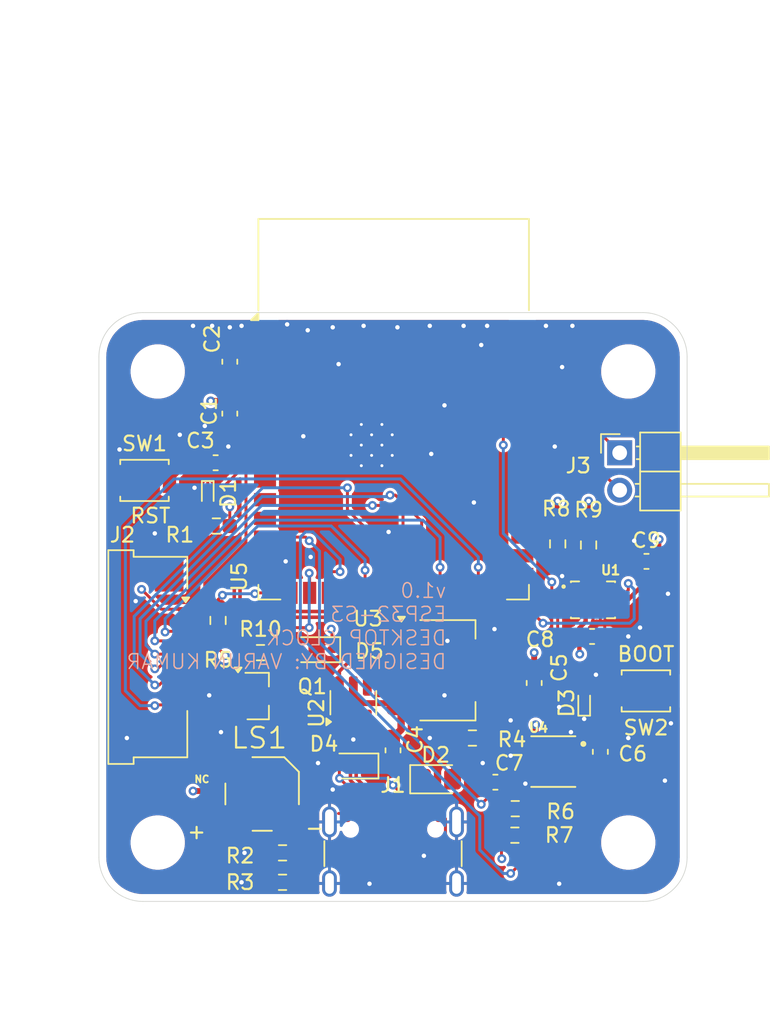
<source format=kicad_pcb>
(kicad_pcb (version 20241229) (generator "pcbnew") (generator_version "9.0")
  (layers (0 "F.Cu" signal) (4 "In1.Cu" signal) (6 "In2.Cu" signal) (2 "B.Cu" signal) (13 "F.Paste" user) (15 "B.Paste" user) (5 "F.SilkS" user "F.Silkscreen") (7 "B.SilkS" user "B.Silkscreen") (1 "F.Mask" user) (3 "B.Mask" user) (25 "Edge.Cuts" user))
  (net 0 "")
  (net 1 "+3.3V")
  (net 2 "GND")
  (net 3 "/ESP_RST")
  (net 4 "+5V")
  (net 5 "Net-(D2-A)")
  (net 6 "/ESP_IO0")
  (net 7 "Net-(D4-A)")
  (net 8 "Net-(D5-A)")
  (net 9 "/CC2")
  (net 11 "/D+")
  (net 12 "/D-")
  (net 14 "/CC1")
  (net 18 "/SDCARD_CS")
  (net 19 "/LCD_MISO")
  (net 20 "/LCD_SCK")
  (net 21 "/LCD_RS")
  (net 22 "/LCD_MOSI")
  (net 24 "/LCD_RST")
  (net 25 "/LCD_CS")
  (net 26 "Net-(J3-Pin_2)")
  (net 27 "Net-(J3-Pin_1)")
  (net 28 "Net-(Q1-B)")
  (net 29 "Net-(U5-IO3)")
  (net 30 "/SDA_BME688")
  (net 31 "/SCL_BME688")
  (net 32 "/SDA_BMI270")
  (net 33 "/SCL_BMI270")
  (net 34 "/BUZZER")
  (net 39 "/INT1")
  (net 40 "/INT2")
  (net 42 "/USB_D-")
  (net 43 "/USB_D+")
  (footprint "Resistor_SMD:R_0603_1608Metric_Pad0.98x0.95mm_HandSolder" (layer "F.Cu") (at 114.3 85.7875 90)
    (property "Reference" "R9")
    (property "Value" "4.7k")
  )
  (footprint "MountingHole:MountingHole_3.2mm_M3" (layer "F.Cu") (at 85 74)
    (property "Reference" "H1" (hide yes))
    (property "Value" "MountingHole")
  )
  (footprint "Capacitor_SMD:C_0603_1608Metric_Pad1.08x0.95mm_HandSolder" (layer "F.Cu") (at 89.9 73.3375 90)
    (property "Reference" "C2")
    (property "Value" "10u")
  )
  (footprint "Resistor_SMD:R_0603_1608Metric_Pad0.98x0.95mm_HandSolder" (layer "F.Cu") (at 106.4 98.9 180)
    (property "Reference" "R4")
    (property "Value" "5.1k")
  )
  (footprint "Capacitor_SMD:C_0603_1608Metric_Pad1.08x0.95mm_HandSolder" (layer "F.Cu") (at 115.1 99.8375 90)
    (property "Reference" "C6")
    (property "Value" "100n")
  )
  (footprint "Resistor_SMD:R_0603_1608Metric_Pad0.98x0.95mm_HandSolder" (layer "F.Cu") (at 93.4875 108.7 180)
    (property "Reference" "R3")
    (property "Value" "5.1k")
  )
  (footprint "Capacitor_SMD:C_0603_1608Metric_Pad1.08x0.95mm_HandSolder" (layer "F.Cu") (at 114.5375 92 180)
    (property "Reference" "C8")
    (property "Value" "100n")
  )
  (footprint "Capacitor_SMD:C_0603_1608Metric_Pad1.08x0.95mm_HandSolder" (layer "F.Cu") (at 118.2375 86.9)
    (property "Reference" "C9")
    (property "Value" "100n")
  )
  (footprint "Resistor_SMD:R_0603_1608Metric_Pad0.98x0.95mm_HandSolder" (layer "F.Cu") (at 112.2 85.7125 90)
    (property "Reference" "R8")
    (property "Value" "4.7k")
  )
  (footprint "Button_Switch_SMD:SW_SPST_B3U-1000P" (layer "F.Cu") (at 84.1 81.4)
    (property "Reference" "SW1")
    (property "Value" "RST")
  )
  (footprint "MountingHole:MountingHole_3.2mm_M3" (layer "F.Cu") (at 85 106)
    (property "Reference" "H4" (hide yes))
    (property "Value" "MountingHole")
  )
  (footprint "Diode_SMD:D_SOD-323" (layer "F.Cu") (at 95.8 92.9 180)
    (property "Reference" "D5")
    (property "Value" "1N5819WS")
  )
  (footprint "Button_Switch_SMD:SW_SPST_B3U-1000P" (layer "F.Cu") (at 118.2 95.7 180)
    (property "Reference" "SW2")
    (property "Value" "BOOT")
  )
  (footprint "Capacitor_SMD:C_0603_1608Metric_Pad1.08x0.95mm_HandSolder" (layer "F.Cu") (at 110.6 95.1625 -90)
    (property "Reference" "C5")
    (property "Value" "10u")
  )
  (footprint "Connector_PinHeader_2.54mm:PinHeader_1x02_P2.54mm_Horizontal" (layer "F.Cu") (at 116.415 79.525)
    (property "Reference" "J3")
    (property "Value" "Conn_01x02")
  )
  (footprint "BME688:IC_BME688" (layer "F.Cu") (at 111.9 100.5)
    (property "Reference" "U4")
    (property "Value" "BME688")
  )
  (footprint "Package_TO_SOT_SMD:SOT-223-3_TabPin2" (layer "F.Cu") (at 104.7 94.3)
    (property "Reference" "U3")
    (property "Value" "LM1117MP-3.3")
  )
  (footprint "Resistor_SMD:R_0603_1608Metric_Pad0.98x0.95mm_HandSolder" (layer "F.Cu") (at 109.3125 103.7 180)
    (property "Reference" "R6")
    (property "Value" "4.7k")
  )
  (footprint "Package_TO_SOT_SMD:SOT-23_Handsoldering" (layer "F.Cu") (at 91.8 96.05)
    (property "Reference" "Q1")
    (property "Value" "BC847")
  )
  (footprint "Resistor_SMD:R_0603_1608Metric_Pad0.98x0.95mm_HandSolder" (layer "F.Cu") (at 89.1 90.9125 90)
    (property "Reference" "R5")
    (property "Value" "10k")
  )
  (footprint "MountingHole:MountingHole_3.2mm_M3" (layer "F.Cu") (at 117 74)
    (property "Reference" "H2" (hide yes))
    (property "Value" "MountingHole")
  )
  (footprint "Package_TO_SOT_SMD:SOT-23-6" (layer "F.Cu") (at 98.3 96.5 90)
    (property "Reference" "U2")
    (property "Value" "USBLC6-2SC6")
  )
  (footprint "BMI270:XDCR_BMI270" (layer "F.Cu") (at 114.6 89.5125)
    (property "Reference" "U1")
    (property "Value" "BMI270")
  )
  (footprint "Capacitor_SMD:C_0603_1608Metric_Pad1.08x0.95mm_HandSolder" (layer "F.Cu") (at 107.9625 101.9)
    (property "Reference" "C7")
    (property "Value" "100n")
  )
  (footprint "Connector_USB:USB_C_Receptacle_GCT_USB4105-xx-A_16P_TopMnt_Horizontal" (layer "F.Cu") (at 101 107.705)
    (property "Reference" "J1")
    (property "Value" "USB_C_Receptacle_USB2.0_16P")
  )
  (footprint "Resistor_SMD:R_0603_1608Metric_Pad0.98x0.95mm_HandSolder" (layer "F.Cu") (at 109.2875 105.5 180)
    (property "Reference" "R7")
    (property "Value" "4.7k")
  )
  (footprint "Connector_FFC-FPC:Amphenol_F32Q-1A7x1-11014_1x14-1MP_P0.5mm_Horizontal" (layer "F.Cu") (at 84 93.4 -90)
    (property "Reference" "J2")
    (property "Value" "Conn_01x14")
  )
  (footprint "Resistor_SMD:R_0603_1608Metric_Pad0.98x0.95mm_HandSolder" (layer "F.Cu") (at 88.9875 84.5 180)
    (property "Reference" "R1")
    (property "Value" "10k")
  )
  (footprint "Diode_SMD:D_SOD-923" (layer "F.Cu") (at 114 96.52 90)
    (property "Reference" "D3")
    (property "Value" "ESD9B3.3ST5G")
  )
  (footprint "CSS-0575A-SMT:CUI_CSS-0575A-SMT" (layer "F.Cu") (at 92.1 102.7)
    (property "Reference" "LS1")
    (property "Value" "CSS-0575A-SMT")
  )
  (footprint "Diode_SMD:D_SOD-923" (layer "F.Cu") (at 88.4 82.3 -90)
    (property "Reference" "D1")
    (property "Value" "ESD9B3.3ST5G")
  )
  (footprint "Resistor_SMD:R_0603_1608Metric_Pad0.98x0.95mm_HandSolder" (layer "F.Cu") (at 91.9875 93.1 180)
    (property "Reference" "R10")
    (property "Value" "180")
  )
  (footprint "MountingHole:MountingHole_3.2mm_M3" (layer "F.Cu") (at 117 106)
    (property "Reference" "H3" (hide yes))
    (property "Value" "MountingHole")
  )
  (footprint "Capacitor_SMD:C_0603_1608Metric_Pad1.08x0.95mm_HandSolder" (layer "F.Cu") (at 89.9 76.8625 -90)
    (property "Reference" "C1")
    (property "Value" "100n")
  )
  (footprint "RF_Module:ESP32-S3-WROOM-1" (layer "F.Cu") (at 101.045 76.54)
    (property "Reference" "U5")
    (property "Value" "ESP32-S3-WROOM-1")
  )
  (footprint "Capacitor_SMD:C_0603_1608Metric_Pad1.08x0.95mm_HandSolder" (layer "F.Cu") (at 88.9375 80.2)
    (property "Reference" "C3")
    (property "Value" "10u")
  )
  (footprint "Resistor_SMD:R_0603_1608Metric_Pad0.98x0.95mm_HandSolder" (layer "F.Cu") (at 93.4875 106.7 180)
    (property "Reference" "R2")
    (property "Value" "5.1k")
  )
  (footprint "LED_SMD:LED_0805_2012Metric_Pad1.15x1.40mm_HandSolder" (layer "F.Cu") (at 104.025 101.7)
    (property "Reference" "D2")
    (property "Value" "LED_Small")
  )
  (footprint "Capacitor_SMD:C_0603_1608Metric_Pad1.08x0.95mm_HandSolder" (layer "F.Cu") (at 101 99.7375 -90)
    (property "Reference" "C4")
    (property "Value" "10u")
  )
  (footprint "Diode_SMD:D_SOD-323" (layer "F.Cu") (at 98.4 100.8 180)
    (property "Reference" "D4")
    (property "Value" "1N5819WS")
  )
  (gr_line (start 118 110) (end 84 110) (stroke (width 0.05)) (layer "Edge.Cuts"))
  (gr_arc (start 84 110) (mid 81.87868 109.12132) (end 81 107) (stroke (width 0.05)) (layer "Edge.Cuts"))
  (gr_arc (start 81 73) (mid 81.87868 70.87868) (end 84 70) (stroke (width 0.05)) (layer "Edge.Cuts"))
  (gr_line (start 121 73) (end 121 107) (stroke (width 0.05)) (layer "Edge.Cuts"))
  (gr_arc (start 118 70) (mid 120.12132 70.87868) (end 121 73) (stroke (width 0.05)) (layer "Edge.Cuts"))
  (gr_arc (start 121 107) (mid 120.12132 109.12132) (end 118 110) (stroke (width 0.05)) (layer "Edge.Cuts"))
  (gr_line (start 81 107) (end 81 73) (stroke (width 0.05)) (layer "Edge.Cuts"))
  (gr_line (start 84 70) (end 94 70) (stroke (width 0.05)) (layer "Edge.Cuts"))
  (gr_line (start 94 70) (end 118 70) (stroke (width 0.05)) (layer "Edge.Cuts"))
  (gr_text "v1.0\nESP32-S3\nDESKTOP CLOCK\nDESIGNED BY: VARUN KUMAR" (at 104.7 94.3 0) (layer "B.SilkS") (effects (font (size 1 1) (thickness 0.1)) (justify left bottom mirror)))
  (segment (start 89.1 92.8) (end 89.6 93.3) (width 0.2) (layer "F.Cu") (net 1))
  (segment (start 119.1 87.3895) (end 116.227 90.2625) (width 0.3) (layer "F.Cu") (net 1))
  (segment (start 109.825 100.9) (end 110.7 100.9) (width 0.4) (layer "F.Cu") (net 1))
  (segment (start 90.2 104.45) (end 88.25 102.5) (width 0.4) (layer "F.Cu") (net 1))
  (segment (start 107.3125 94.8375) (end 107.85 94.3) (width 0.2) (layer "F.Cu") (net 1))
  (segment (start 86.9 93.65) (end 87.7625 93.65) (width 0.2) (layer "F.Cu") (net 1))
  (segment (start 89.1 92.3125) (end 89.1 91.825) (width 0.2) (layer "F.Cu") (net 1))
  (segment (start 89.9 74.2) (end 89.9 76) (width 0.4) (layer "F.Cu") (net 1))
  (segment (start 108.4 105.475) (end 108.375 105.5) (width 0.2) (layer "F.Cu") (net 1))
  (segment (start 113.1 100.1) (end 114.5 100.1) (width 0.4) (layer "F.Cu") (net 1))
  (segment (start 89.9 76) (end 88.6 76) (width 0.4) (layer "F.Cu") (net 1))
  (segment (start 108.375 107.075) (end 108.4 107.1) (width 0.2) (layer "F.Cu") (net 1))
  (segment (start 112.098 100.9) (end 112.898 100.1) (width 0.4) (layer "F.Cu") (net 1))
  (segment (start 114.1 91) (end 113.675 91.425) (width 0.3) (layer "F.Cu") (net 1))
  (segment (start 110.7 99.3) (end 110.7 98) (width 0.4) (layer "F.Cu") (net 1))
  (segment (start 89.9 73.995) (end 89.9 74.2) (width 0.2) (layer "F.Cu") (net 1))
  (segment (start 114.3 84.875) (end 114.3 82.8) (width 0.4) (layer "F.Cu") (net 1))
  (segment (start 113.675 92) (end 113.675 93.175) (width 0.3) (layer "F.Cu") (net 1))
  (segment (start 111.9 100.1) (end 113.1 100.1) (width 0.4) (layer "F.Cu") (net 1))
  (segment (start 107.3125 98.9) (end 107.3125 94.8375) (width 0.4) (layer "F.Cu") (net 1))
  (segment (start 114.1 90.425) (end 114.1 91) (width 0.3) (layer "F.Cu") (net 1))
  (segment (start 86.9 90.15) (end 85.25 90.15) (width 0.2) (layer "F.Cu") (net 1))
  (segment (start 96.85 91.55) (end 96.8 91.5) (width 0.2) (layer "F.Cu") (net 1))
  (segment (start 96.85 92.9) (end 96.85 91.55) (width 0.2) (layer "F.Cu") (net 1))
  (segment (start 87.7625 93.65) (end 89.1 92.3125) (width 0.2) (layer "F.Cu") (net 1))
  (segment (start 88.25 102.5) (end 87.4 102.5) (width 0.4) (layer "F.Cu") (net 1))
  (segment (start 110.7 99.3) (end 111.1 99.3) (width 0.4) (layer "F.Cu") (net 1))
  (segment (start 119.1 86.9) (end 119.1 85.4) (width 0.3) (layer "F.Cu") (net 1))
  (segment (start 110.6 94.3) (end 110.6 93.1) (width 0.4) (layer "F.Cu") (net 1))
  (segment (start 108.375 105.5) (end 108.375 107.075) (width 0.2) (layer "F.Cu") (net 1))
  (segment (start 89.1 91.825) (end 89.1 92.8) (width 0.2) (layer "F.Cu") (net 1))
  (segment (start 112.2 84.8) (end 112.2 82.8) (width 0.4) (layer "F.Cu") (net 1))
  (segment (start 108.825 101.9) (end 109.825 100.9) (width 0.4) (layer "F.Cu") (net 1))
  (segment (start 114.5 100.1) (end 115.1 100.7) (width 0.4) (layer "F.Cu") (net 1))
  (segment (start 112.898 100.1) (end 113.1 100.1) (width 0.2) (layer "F.Cu") (net 1))
  (segment (start 91.345 72.55) (end 89.9 73.995) (width 0.4) (layer "F.Cu") (net 1))
  (segment (start 119.1 86.9) (end 119.1 87.3895) (width 0.2) (layer "F.Cu") (net 1))
  (segment (start 101.55 94.3) (end 107.85 94.3) (width 0.4) (layer "F.Cu") (net 1))
  (segment (start 89.9 84.5) (end 89.9 83.2) (width 0.2) (layer "F.Cu") (net 1))
  (segment (start 92.295 72.55) (end 91.345 72.55) (width 0.4) (layer "F.Cu") (net 1))
  (segment (start 110.7 100.9) (end 112.098 100.9) (width 0.4) (layer "F.Cu") (net 1))
  (segment (start 113.675 91.425) (end 113.675 92) (width 0.3) (layer "F.Cu") (net 1))
  (segment (start 85.25 90.15) (end 83.9 88.8) (width 0.2) (layer "F.Cu") (net 1))
  (segment (start 111.1 99.3) (end 111.9 100.1) (width 0.4) (layer "F.Cu") (net 1))
  (segment (start 107.85 94.3) (end 110.6 94.3) (width 0.4) (layer "F.Cu") (net 1))
  (segment (start 108.4 103.7) (end 108.4 105.475) (width 0.2) (layer "F.Cu") (net 1))
  (segment (start 116.227 90.2625) (end 115.7625 90.2625) (width 0.3) (layer "F.Cu") (net 1))
  (via (at 89.9 83.2) (size 0.6) (drill 0.3) (layers "F.Cu" "B.Cu") (net 1))
  (via (at 112.2 82.8) (size 0.6) (drill 0.3) (layers "F.Cu" "B.Cu") (net 1))
  (via (at 119.1 85.4) (size 0.6) (drill 0.3) (layers "F.Cu" "B.Cu") (net 1))
  (via (at 114.3 82.8) (size 0.6) (drill 0.3) (layers "F.Cu" "B.Cu") (net 1))
  (via (at 83.9 88.8) (size 0.6) (drill 0.3) (layers "F.Cu" "B.Cu") (net 1))
  (via (at 110.7 98) (size 0.6) (drill 0.3) (layers "F.Cu" "B.Cu") (net 1))
  (via (at 96.8 91.5) (size 0.6) (drill 0.3) (layers "F.Cu" "B.Cu") (net 1))
  (via (at 87.4 102.5) (size 0.6) (drill 0.3) (layers "F.Cu" "B.Cu") (net 1))
  (via (at 108.4 107.1) (size 0.6) (drill 0.3) (layers "F.Cu" "B.Cu") (net 1))
  (via (at 110.6 93.1) (size 0.6) (drill 0.3) (layers "F.Cu" "B.Cu") (net 1))
  (via (at 89.6 93.3) (size 0.6) (drill 0.3) (layers "F.Cu" "B.Cu") (net 1))
  (via (at 88.6 76) (size 0.6) (drill 0.3) (layers "F.Cu" "B.Cu") (net 1))
  (via (at 113.7 93.2) (size 0.6) (drill 0.3) (layers "F.Cu" "B.Cu") (net 1))
  (segment (start 107.1 101.9) (end 107.1 100.6) (width 0.2) (layer "F.Cu") (net 2))
  (segment (start 115.4 92) (end 117 92) (width 0.2) (layer "F.Cu") (net 2))
  (segment (start 95.12 71.28) (end 95.2 71.2) (width 0.2) (layer "F.Cu") (net 2))
  (segment (start 101.8 100.6) (end 103.5 98.9) (width 0.2) (layer "F.Cu") (net 2))
  (segment (start 114 96.94) (end 114 97.6) (width 0.2) (layer "F.Cu") (net 2))
  (segment (start 113.4375 88.7625) (end 113.3625 88.7625) (width 0.2) (layer "F.Cu") (net 2))
  (segment (start 103 101.7) (end 103 99.4) (width 0.2) (layer "F.Cu") (net 2))
  (segment (start 117.375 86.9) (end 117.375 85.525) (width 0.2) (layer "F.Cu") (net 2))
  (segment (start 98.3 97.7) (end 98.3 99) (width 0.2) (layer "F.Cu") (net 2))
  (segment (start 90.3 97) (end 89.3 98) (width 0.2) (layer "F.Cu") (net 2))
  (segment (start 110.6 96.025) (end 111.525 96.025) (width 0.2) (layer "F.Cu") (net 2))
  (segment (start 104.566 105.434) (end 103.1 106.9) (width 0.2) (layer "F.Cu") (net 2))
  (segment (start 119.9 95.7) (end 119.9 97.9) (width 0.2) (layer "F.Cu") (net 2))
  (segment (start 104.2 104.025) (end 104.566 104.391) (width 0.2) (layer "F.Cu") (net 2))
  (segment (start 110.7 100.1) (end 109 100.1) (width 0.2) (layer "F.Cu") (net 2))
  (segment (start 82.4 81.4) (end 82.4 79.3) (width 0.2) (layer "F.Cu") (net 2))
  (segment (start 92.295 71.28) (end 95.12 71.28) (width 0.2) (layer "F.Cu") (net 2))
  (segment (start 97.8 104.025) (end 97.8 103.3) (width 0.2) (layer "F.Cu") (net 2))
  (segment (start 113.1 99.3) (end 113.1 98.5) (width 0.2) (layer "F.Cu") (net 2))
  (segment (start 103 99.4) (end 103.5 98.9) (width 0.2) (layer "F.Cu") (net 2))
  (segment (start 89.9 77.725) (end 88.225 77.725) (width 0.2) (layer "F.Cu") (net 2))
  (segment (start 107.92 71.28) (end 107 72.2) (width 0.2) (layer "F.Cu") (net 2))
  (segment (start 117.375 85.525) (end 117.4 85.5) (width 0.2) (layer "F.Cu") (net 2))
  (segment (start 89.9 72.6) (end 89.9 71) (width 0.2) (layer "F.Cu") (net 2))
  (segment (start 92.575 108.7) (end 90.7 108.7) (width 0.2) (layer "F.Cu") (net 2))
  (segment (start 111.525 96.025) (end 112.3 96.8) (width 0.2) (layer "F.Cu") (net 2))
  (segment (start 89.3 98) (end 89.3 98.5) (width 0.2) (layer "F.Cu") (net 2))
  (segment (start 101.55 92) (end 104.4 92) (width 0.2) (layer "F.Cu") (net 2))
  (segment (start 104.566 104.391) (end 104.566 105.434) (width 0.2) (layer "F.Cu") (net 2))
  (segment (start 98.3 97.6375) (end 98.3 97.7) (width 0.2) (layer "F.Cu") (net 2))
  (segment (start 113.3625 88.7625) (end 112.5 87.9) (width 0.2) (layer "F.Cu") (net 2))
  (segment (start 115.1 91.7) (end 115.4 92) (width 0.2) (layer "F.Cu") (net 2))
  (segment (start 92.575 106.7) (end 90.9 106.7) (width 0.2) (layer "F.Cu") (net 2))
  (segment (start 110.3 101.7) (end 110 102) (width 0.2) (layer "F.Cu") (net 2))
  (segment (start 117 91.4) (end 117.8 91.4) (width 0.2) (layer "F.Cu") (net 2))
  (segment (start 104.4 92) (end 104.7 92.3) (width 0.2) (layer "F.Cu") (net 2))
  (segment (start 89.8 80.2) (end 89.8 79.1) (width 0.2) (layer "F.Cu") (net 2))
  (segment (start 88.4 81.88) (end 87.52 81.88) (width 0.2) (layer "F.Cu") (net 2))
  (segment (start 114.6 90.425) (end 114.6 91.2) (width 0.2) (layer "F.Cu") (net 2))
  (segment (start 114.6 91.2) (end 115.4 92) (width 0.2) (layer "F.Cu") (net 2))
  (segment (start 86.9 90.65) (end 84.55 90.65) (width 0.2) (layer "F.Cu") (net 2))
  (segment (start 101 100.6) (end 101.8 100.6) (width 0.2) (layer "F.Cu") (net 2))
  (segment (start 110.7 101.7) (end 110.3 101.7) (width 0.2) (layer "F.Cu") (net 2))
  (segment (start 97.8 103.3) (end 96.9 102.4) (width 0.2) (layer "F.Cu") (net 2))
  (segment (start 84.55 90.65) (end 83.5 89.6) (width 0.2) (layer "F.Cu") (net 2))
  (segment (start 115.1 90.425) (end 116.075 91.4) (width 0.2) (layer "F.Cu") (net 2))
  (segment (start 115.1 98.975) (end 116.925 98.975) (width 0.2) (layer "F.Cu") (net 2))
  (segment (start 116.075 91.4) (end 117 91.4) (width 0.2) (layer "F.Cu") (net 2))
  (segment (start 89.9 72.475) (end 89.9 72.6) (width 0.2) (layer "F.Cu") (net 2))
  (segment (start 88.225 77.725) (end 88.2 77.7) (width 0.2) (layer "F.Cu") (net 2))
  (segment (start 109.795 71.28) (end 107.92 71.28) (width 0.2) (layer "F.Cu") (net 2))
  (via (at 117.4 85.5) (size 0.6) (drill 0.3) (layers "F.Cu" "B.Cu") (net 2))
  (via (at 95.9 100.6) (size 0.6) (drill 0.3) (layers "F.Cu" "B.Cu") (net 2))
  (via (at 119.490868 101.795009) (size 0.6) (drill 0.3) (layers "F.Cu" "B.Cu") (net 2))
  (via (at 104.5 96) (size 0.6) (drill 0.3) (layers "F.Cu" "B.Cu") (net 2))
  (via (at 93.8 70.8) (size 0.6) (drill 0.3) (layers "F.Cu" "B.Cu") (net 2))
  (via (at 117 92) (size 0.6) (drill 0.3) (layers "F.Cu" "B.Cu") (net 2))
  (via (at 88.2 77.7) (size 0.6) (drill 0.3) (layers "F.Cu" "B.Cu") (net 2))
  (via (at 103.5 70.9) (size 0.6) (drill 0.3) (layers "F.Cu" "B.Cu") (net 2))
  (via (at 84.8 85) (size 0.6) (drill 0.3) (layers "F.Cu" "B.Cu") (net 2))
  (via (at 89.8 79.1) (size 0.6) (drill 0.3) (layers "F.Cu" "B.Cu") (net 2))
  (via (at 112.5 87.9) (size 0.6) (drill 0.3) (layers "F.Cu" "B.Cu") (net 2))
  (via (at 87.4 70.9) (size 0.6) (drill 0.3) (layers "F.Cu" "B.Cu") (net 2))
  (via (at 95.2 71.2) (size 0.6) (drill 0.3) (layers "F.Cu" "B.Cu") (net 2))
  (via (at 104.7 92.3) (size 0.6) (drill 0.3) (layers "F.Cu" "B.Cu") (net 2))
  (via (at 95.4 86.6) (size 0.6) (drill 0.3) (layers "F.Cu" "B.Cu") (net 2))
  (via (at 112.5 73.7) (size 0.6) (drill 0.3) (layers "F.Cu" "B.Cu") (net 2))
  (via (at 99.4 108.8) (size 0.6) (drill 0.3) (layers "F.Cu" "B.Cu") (net 2))
  (via (at 94.9 78.4) (size 0.6) (drill 0.3) (layers "F.Cu" "B.Cu") (net 2))
  (via (at 86.5 78.3) (size 0.6) (drill 0.3) (layers "F.Cu" "B.Cu") (net 2))
  (via (at 103.6 79.6) (size 0.6) (drill 0.3) (layers "F.Cu" "B.Cu") (net 2))
  (via (at 103.5 98.9) (size 0.6) (drill 0.3) (layers "F.Cu" "B.Cu") (net 2))
  (via (at 119.9 97.9) (size 0.6) (drill 0.3) (layers "F.Cu" "B.Cu") (net 2))
  (via (at 101.3 71) (size 0.6) (drill 0.3) (layers "F.Cu" "B.Cu") (net 2))
  (via (at 90.9 106.7) (size 0.6) (drill 0.3) (layers "F.Cu" "B.Cu") (net 2))
  (via (at 117.8 91.4) (size 0.6) (drill 0.3) (layers "F.Cu" "B.Cu") (net 2))
  (via (at 103.1 106.9) (size 0.6) (drill 0.3) (layers "F.Cu" "B.Cu") (net 2))
  (via (at 82.9 98.9) (size 0.6) (drill 0.3) (layers "F.Cu" "B.Cu") (net 2))
  (via (at 104.5 76.3) (size 0.6) (drill 0.3) (layers "F.Cu" "B.Cu") (net 2))
  (via (at 96.9 102.4) (size 0.6) (drill 0.3) (layers "F.Cu" "B.Cu") (net 2))
  (via (at 112.3 108.8) (size 0.6) (drill 0.3) (layers "F.Cu" "B.Cu") (net 2))
  (via (at 112.3 96.8) (size 0.6) (drill 0.3) (layers "F.Cu" "B.Cu") (net 2))
  (via (at 98.3 99) (size 0.6) (drill 0.3) (layers "F.Cu" "B.Cu") (net 2))
  (via (at 119.7 89.1) (size 0.6) (drill 0.3) (layers "F.Cu" "B.Cu") (net 2))
  (via (at 113.1 98.5) (size 0.6) (drill 0.3) (layers "F.Cu" "B.Cu") (net 2))
  (via (at 114.8 94.6) (size 0.6) (drill 0.3) (layers "F.Cu" "B.Cu") (net 2))
  (via (at 90.7 108.7) (size 0.6) (drill 0.3) (layers "F.Cu" "B.Cu") (net 2))
  (via (at 93.7 86.9) (size 0.6) (drill 0.3) (layers "F.Cu" "B.Cu") (net 2))
  (via (at 107.4 70.9) (size 0.6) (drill 0.3) (layers "F.Cu" "B.Cu") (net 2))
  (via (at 106.5 82.9) (size 0.6) (drill 0.3) (layers "F.Cu" "B.Cu") (net 2))
  (via (at 109 97.7) (size 0.6) (drill 0.3) (layers "F.Cu" "B.Cu") (net 2))
  (via (at 90.7 70.9) (size 0.6) (drill 0.3) (layers "F.Cu" "B.Cu") (net 2))
  (via (at 83.5 89.6) (size 0.6) (drill 0.3) (layers "F.Cu" "B.Cu") (net 2))
  (via (at 114 97.6) (size 0.6) (drill 0.3) (layers "F.Cu" "B.Cu") (net 2))
  (via (at 117 98.9) (size 0.6) (drill 0.3) (layers "F.Cu" "B.Cu") (net 2))
  (via (at 113.2 70.9) (size 0.6) (drill 0.3) (layers "F.Cu" "B.Cu") (net 2))
  (via (at 89.9 71) (size 0.6) (drill 0.3) (layers "F.Cu" "B.Cu") (net 2))
  (via (at 96.9 71) (size 0.6) (drill 0.3) (layers "F.Cu" "B.Cu") (net 2))
  (via (at 88.7 70.9) (size 0.6) (drill 0.3) (layers "F.Cu" "B.Cu") (net 2))
  (via (at 97.3 73.5) (size 0.6) (drill 0.3) (layers "F.Cu" "B.Cu") (net 2))
  (via (at 100.7 84.9) (size 0.6) (drill 0.3) (layers "F.Cu" "B.Cu") (net 2))
  (via (at 111.4 70.9) (size 0.6) (drill 0.3) (layers "F.Cu" "B.Cu") (net 2))
  (via (at 99 70.9) (size 0.6) (drill 0.3) (layers "F.Cu" "B.Cu") (net 2))
  (via (at 88.5 96) (size 0.6) (drill 0.3) (layers "F.Cu" "B.Cu") (net 2))
  (via (at 82.4 79.3) (size 0.6) (drill 0.3) (layers "F.Cu" "B.Cu") (net 2))
  (via (at 107 72.2) (size 0.6) (drill 0.3) (layers "F.Cu" "B.Cu") (net 2))
  (via (at 87.5 81.9) (size 0.6) (drill 0.3) (layers "F.Cu" "B.Cu") (net 2))
  (via (at 105.8 70.9) (size 0.6) (drill 0.3) (layers "F.Cu" "B.Cu") (net 2))
  (via (at 107.9 91.5) (size 0.6) (drill 0.3) (layers "F.Cu" "B.Cu") (net 2))
  (via (at 109 100.1) (size 0.6) (drill 0.3) (layers "F.Cu" "B.Cu") (net 2))
  (via (at 107.1 100.6) (size 0.6) (drill 0.3) (layers "F.Cu" "B.Cu") (net 2))
  (via (at 110 102) (size 0.6) (drill 0.3) (layers "F.Cu" "B.Cu") (net 2))
  (via (at 112 79.1) (size 0.6) (drill 0.3) (layers "F.Cu" "B.Cu") (net 2))
  (via (at 89.3 98.5) (size 0.6) (drill 0.3) (layers "F.Cu" "B.Cu") (net 2))
  (segment (start 85.8 81.4) (end 85.9 81.4) (width 0.2) (layer "F.Cu") (net 3))
  (segment (start 85.8 82.3) (end 86.22 82.72) (width 0.2) (layer "F.Cu") (net 3))
  (segment (start 87.1 80.2) (end 88.075 80.2) (width 0.2) (layer "F.Cu") (net 3))
  (segment (start 91 80.305634) (end 88.585634 82.72) (width 0.2) (layer "F.Cu") (net 3))
  (segment (start 85.8 81.4) (end 85.8 82.3) (width 0.2) (layer "F.Cu") (net 3))
  (segment (start 88.075 84.5) (end 88.075 83.045) (width 0.2) (layer "F.Cu") (net 3))
  (segment (start 86.22 82.72) (end 88.3 82.72) (width 0.2) (layer "F.Cu") (net 3))
  (segment (start 88.585634 82.72) (end 88.3 82.72) (width 0.2) (layer "F.Cu") (net 3))
  (segment (start 88.075 83.045) (end 88.4 82.72) (width 0.2) (layer "F.Cu") (net 3))
  (segment (start 92.295 73.82) (end 91.763 73.82) (width 0.2) (layer "F.Cu") (net 3))
  (segment (start 91.763 73.82) (end 91 74.583) (width 0.2) (layer "F.Cu") (net 3))
  (segment (start 85.9 81.4) (end 87.1 80.2) (width 0.2) (layer "F.Cu") (net 3))
  (segment (start 91 74.583) (end 91 80.305634) (width 0.2) (layer "F.Cu") (net 3))
  (segment (start 88.3 82.72) (end 88.4 82.72) (width 0.2) (layer "F.Cu") (net 3))
  (segment (start 101.55 96.6) (end 101.55 98.325) (width 0.5) (layer "F.Cu") (net 4))
  (segment (start 101.33 96.53) (end 101.474 96.674) (width 0.4) (layer "F.Cu") (net 4))
  (segment (start 101.7 96.5) (end 101.6 96.5) (width 0.2) (layer "F.Cu") (net 4))
  (segment (start 98.3 96.024999) (end 98.805001 96.53) (width 0.4) (layer "F.Cu") (net 4))
  (segment (start 99.45 100.425) (end 101 98.875) (width 0.5) (layer "F.Cu") (net 4))
  (segment (start 101.474 96.674) (end 101.5 96.7) (width 0.2) (layer "F.Cu") (net 4))
  (segment (start 98.3 95.3625) (end 98.3 96.024999) (width 0.4) (layer "F.Cu") (net 4))
  (segment (start 99.45 100.8) (end 99.45 100.425) (width 0.5) (layer "F.Cu") (net 4))
  (segment (start 101.55 98.325) (end 101 98.875) (width 0.5) (layer "F.Cu") (net 4))
  (segment (start 98.805001 96.53) (end 101.33 96.53) (width 0.4) (layer "F.Cu") (net 4))
  (segment (start 105.05 99.3375) (end 105.4875 98.9) (width 0.2) (layer "F.Cu") (net 5))
  (segment (start 105.05 101.7) (end 105.05 99.3375) (width 0.2) (layer "F.Cu") (net 5))
  (segment (start 114 96.1) (end 114.1 96.1) (width 0.2) (layer "F.Cu") (net 6))
  (segment (start 109.795 87.79) (end 112.2 90.195) (width 0.2) (layer "F.Cu") (net 6))
  (segment (start 114.1 96.1) (end 114.5 95.7) (width 0.2) (layer "F.Cu") (net 6))
  (segment (start 112.2 94.3) (end 114 96.1) (width 0.2) (layer "F.Cu") (net 6))
  (segment (start 112.2 90.195) (end 112.2 94.3) (width 0.2) (layer "F.Cu") (net 6))
  (segment (start 114.5 95.7) (end 116.5 95.7) (width 0.2) (layer "F.Cu") (net 6))
  (segment (start 102.049 103.149) (end 102.982824 103.149) (width 0.2) (layer "F.Cu") (net 7))
  (segment (start 103.4 103.566176) (end 103.4 104.025) (width 0.2) (layer "F.Cu") (net 7))
  (segment (start 97.35 101.621156) (end 97.35 100.8) (width 0.2) (layer "F.Cu") (net 7))
  (segment (start 101 102.1) (end 102.049 103.149) (width 0.2) (layer "F.Cu") (net 7))
  (segment (start 97.364422 101.635578) (end 97.35 101.621156) (width 0.2) (layer "F.Cu") (net 7))
  (segment (start 102.982824 103.149) (end 103.4 103.566176) (width 0.2) (layer "F.Cu") (net 7))
  (segment (start 98.6 102.871156) (end 97.364422 101.635578) (width 0.2) (layer "F.Cu") (net 7))
  (segment (start 98.6 104.025) (end 98.6 102.871156) (width 0.2) (layer "F.Cu") (net 7))
  (via (at 101 102.1) (size 0.6) (drill 0.3) (layers "F.Cu" "B.Cu") (net 7))
  (via (at 97.364422 101.635578) (size 0.6) (drill 0.3) (layers "F.Cu" "B.Cu") (net 7))
  (segment (start 97.364422 101.635578) (end 100.535578 101.635578) (width 0.2) (layer "B.Cu") (net 7))
  (segment (start 100.535578 101.635578) (end 101 102.1) (width 0.2) (layer "B.Cu") (net 7))
  (segment (start 94.75 94.6) (end 93.3 96.05) (width 0.2) (layer "F.Cu") (net 8))
  (segment (start 94 104.45) (end 94 96.75) (width 0.2) (layer "F.Cu") (net 8))
  (segment (start 94 96.75) (end 93.3 96.05) (width 0.2) (layer "F.Cu") (net 8))
  (segment (start 94.75 94.6) (end 94.75 92.9) (width 0.2) (layer "F.Cu") (net 8))
  (segment (start 99.983824 107.4) (end 102.75 104.633824) (width 0.2) (layer "F.Cu") (net 9))
  (segment (start 94.4 108.7) (end 95.7 107.4) (width 0.2) (layer "F.Cu") (net 9))
  (segment (start 102.75 104.633824) (end 102.75 104.025) (width 0.2) (layer "F.Cu") (net 9))
  (segment (start 95.7 107.4) (end 99.983824 107.4) (width 0.2) (layer "F.Cu") (net 9))
  (segment (start 99.25 97.6375) (end 99.25 98) (width 0.24) (layer "F.Cu") (net 11))
  (segment (start 101.75 104.025) (end 101.75 104.45) (width 0.24) (layer "F.Cu") (net 11))
  (segment (start 99.25 97.6375) (end 99.25 98.631251) (width 0.24) (layer "F.Cu") (net 11))
  (segment (start 100.75 103.6) (end 100.75 104.025) (width 0.24) (layer "F.Cu") (net 11))
  (segment (start 99.25 98.631251) (end 98.921 98.960251) (width 0.24) (layer "F.Cu") (net 11))
  (segment (start 98.921 99.257227) (end 98.495 99.683227) (width 0.24) (layer "F.Cu") (net 11))
  (segment (start 99.796478 102.305) (end 100.695 103.203522) (width 0.24) (layer "F.Cu") (net 11))
  (segment (start 99.180772 102.305) (end 99.796478 102.305) (width 0.24) (layer "F.Cu") (net 11))
  (segment (start 98.495 99.683227) (end 98.495 101.619228) (width 0.24) (layer "F.Cu") (net 11))
  (segment (start 98.921 98.960251) (end 98.921 99.257227) (width 0.24) (layer "F.Cu") (net 11))
  (segment (start 100.695 103.545) (end 100.75 103.6) (width 0.24) (layer "F.Cu") (net 11))
  (segment (start 100.695 103.203522) (end 100.695 103.545) (width 0.24) (layer "F.Cu") (net 11))
  (segment (start 98.495 101.619228) (end 99.180772 102.305) (width 0.24) (layer "F.Cu") (net 11))
  (segment (start 100.25 103.6) (end 100.25 104.025) (width 0.24) (layer "F.Cu") (net 12))
  (segment (start 97.35 98.631251) (end 97.679 98.960251) (width 0.24) (layer "F.Cu") (net 12))
  (segment (start 97.35 97.6375) (end 97.35 98) (width 0.24) (layer "F.Cu") (net 12))
  (segment (start 97.679 98.960251) (end 97.679 99.257227) (width 0.24) (layer "F.Cu") (net 12))
  (segment (start 97.35 97.6375) (end 97.35 98.631251) (width 0.24) (layer "F.Cu") (net 12))
  (segment (start 97.679 99.257227) (end 98.105 99.683227) (width 0.24) (layer "F.Cu") (net 12))
  (segment (start 99.019228 102.695) (end 99.595 102.695) (width 0.24) (layer "F.Cu") (net 12))
  (segment (start 99.595 102.695) (end 100.305 103.405) (width 0.24) (layer "F.Cu") (net 12))
  (segment (start 98.105 101.780772) (end 99.019228 102.695) (width 0.24) (layer "F.Cu") (net 12))
  (segment (start 98.105 99.683227) (end 98.105 101.780772) (width 0.24) (layer "F.Cu") (net 12))
  (segment (start 101.25 104.025) (end 101.25 104.45) (width 0.24) (layer "F.Cu") (net 12))
  (segment (start 100.305 103.405) (end 100.305 103.545) (width 0.24) (layer "F.Cu") (net 12))
  (segment (start 100.305 103.545) (end 100.25 103.6) (width 0.24) (layer "F.Cu") (net 12))
  (segment (start 94.4 106.7) (end 97.683824 106.7) (width 0.2) (layer "F.Cu") (net 14))
  (segment (start 99.75 104.633824) (end 99.75 104.025) (width 0.2) (layer "F.Cu") (net 14))
  (segment (start 97.683824 106.7) (end 99.75 104.633824) (width 0.2) (layer "F.Cu") (net 14))
  (segment (start 84.85 96.65) (end 84.8 96.7) (width 0.2) (layer "F.Cu") (net 18))
  (segment (start 106.8 87.3) (end 106.8 89) (width 0.2) (layer "F.Cu") (net 18))
  (segment (start 86.9 96.65) (end 84.85 96.65) (width 0.2) (layer "F.Cu") (net 18))
  (segment (start 106.8 89) (end 106.76 89.04) (width 0.2) (layer "F.Cu") (net 18))
  (via (at 106.8 87.3) (size 0.6) (drill 0.3) (layers "F.Cu" "B.Cu") (net 18))
  (via (at 84.8 96.7) (size 0.6) (drill 0.3) (layers "F.Cu" "B.Cu") (net 18))
  (segment (start 86.101 81.299) (end 101.499 81.299) (width 0.2) (layer "B.Cu") (net 18))
  (segment (start 106.8 86.6) (end 106.8 87.3) (width 0.2) (layer "B.Cu") (net 18))
  (segment (start 84.8 96.7) (end 83.8 96.7) (width 0.2) (layer "B.Cu") (net 18))
  (segment (start 83.8 96.7) (end 82.8 95.7) (width 0.2) (layer "B.Cu") (net 18))
  (segment (start 82.8 95.7) (end 82.8 84.6) (width 0.2) (layer "B.Cu") (net 18))
  (segment (start 82.8 84.6) (end 86.101 81.299) (width 0.2) (layer "B.Cu") (net 18))
  (segment (start 101.499 81.299) (end 106.8 86.6) (width 0.2) (layer "B.Cu") (net 18))
  (segment (start 86.9 94.15) (end 86.9 94.2) (width 0.2) (layer "F.Cu") (net 19))
  (segment (start 97.9 83.4) (end 100.41 85.91) (width 0.2) (layer "F.Cu") (net 19))
  (segment (start 86.2 94.2) (end 85.1 95.3) (width 0.2) (layer "F.Cu") (net 19))
  (segment (start 85.1 95.3) (end 84.8 95.3) (width 0.2) (layer "F.Cu") (net 19))
  (segment (start 100.41 85.91) (end 100.41 89.04) (width 0.2) (layer "F.Cu") (net 19))
  (segment (start 97.9 81.9) (end 97.9 83.4) (width 0.2) (layer "F.Cu") (net 19))
  (segment (start 86.9 94.2) (end 86.2 94.2) (width 0.2) (layer "F.Cu") (net 19))
  (via (at 84.8 95.3) (size 0.6) (drill 0.3) (layers "F.Cu" "B.Cu") (net 19))
  (via (at 97.9 81.9) (size 0.6) (drill 0.3) (layers "F.Cu" "B.Cu") (net 19))
  (segment (start 83.397 93.897) (end 83.397 90.6346) (width 0.2) (layer "B.Cu") (net 19))
  (segment (start 84.8 95.3) (end 83.397 93.897) (width 0.2) (layer "B.Cu") (net 19))
  (segment (start 92.1316 81.9) (end 97.9 81.9) (width 0.2) (layer "B.Cu") (net 19))
  (segment (start 83.397 90.6346) (end 92.1316 81.9) (width 0.2) (layer "B.Cu") (net 19))
  (segment (start 86.034143 93.15) (end 84.984143 94.2) (width 0.2) (layer "F.Cu") (net 20))
  (segment (start 102.95 84.1829) (end 102.95 89.04) (width 0.2) (layer "F.Cu") (net 20))
  (segment (start 100.8 82.4) (end 101.1671 82.4) (width 0.2) (layer "F.Cu") (net 20))
  (segment (start 101.1671 82.4) (end 102.95 84.1829) (width 0.2) (layer "F.Cu") (net 20))
  (segment (start 84.984143 94.2) (end 84.8 94.2) (width 0.2) (layer "F.Cu") (net 20))
  (segment (start 86.9 93.15) (end 86.034143 93.15) (width 0.2) (layer "F.Cu") (net 20))
  (via (at 84.8 94.2) (size 0.6) (drill 0.3) (layers "F.Cu" "B.Cu") (net 20))
  (via (at 100.8 82.4) (size 0.6) (drill 0.3) (layers "F.Cu" "B.Cu") (net 20))
  (segment (start 100.7 82.5) (end 100.8 82.4) (width 0.2) (layer "B.Cu") (net 20))
  (segment (start 83.798 90.8007) (end 92.0987 82.5) (width 0.2) (layer "B.Cu") (net 20))
  (segment (start 92.0987 82.5) (end 100.7 82.5) (width 0.2) (layer "B.Cu") (net 20))
  (segment (start 83.798 93.198) (end 83.798 90.8007) (width 0.2) (layer "B.Cu") (net 20))
  (segment (start 84.8 94.2) (end 83.798 93.198) (width 0.2) (layer "B.Cu") (net 20))
  (segment (start 104.2 89.02) (end 104.22 89.04) (width 0.2) (layer "F.Cu") (net 21))
  (segment (start 104.2 87.3) (end 104.2 89.02) (width 0.2) (layer "F.Cu") (net 21))
  (segment (start 85.899943 92.15) (end 85.749943 92.3) (width 0.2) (layer "F.Cu") (net 21))
  (segment (start 86.9 92.15) (end 85.899943 92.15) (width 0.2) (layer "F.Cu") (net 21))
  (segment (start 85.749943 92.3) (end 84.8 92.3) (width 0.2) (layer "F.Cu") (net 21))
  (via (at 84.8 92.3) (size 0.6) (drill 0.3) (layers "F.Cu" "B.Cu") (net 21))
  (via (at 104.2 87.3) (size 0.6) (drill 0.3) (layers "F.Cu" "B.Cu") (net 21))
  (segment (start 84.8 90.9329) (end 91.6359 84.097) (width 0.2) (layer "B.Cu") (net 21))
  (segment (start 104.2 85.2671) (end 104.2 87.3) (width 0.2) (layer "B.Cu") (net 21))
  (segment (start 91.6359 84.097) (end 103.0299 84.097) (width 0.2) (layer "B.Cu") (net 21))
  (segment (start 103.0299 84.097) (end 104.2 85.2671) (width 0.2) (layer "B.Cu") (net 21))
  (segment (start 84.8 92.3) (end 84.8 90.9329) (width 0.2) (layer "B.Cu") (net 21))
  (segment (start 85.967043 92.65) (end 85.417043 93.2) (width 0.2) (layer "F.Cu") (net 22))
  (segment (start 86.9 92.65) (end 85.967043 92.65) (width 0.2) (layer "F.Cu") (net 22))
  (segment (start 85.417043 93.2) (end 84.8 93.2) (width 0.2) (layer "F.Cu") (net 22))
  (segment (start 101.3 83.1) (end 101.68 83.48) (width 0.2) (layer "F.Cu") (net 22))
  (segment (start 99.6 83.1) (end 101.3 83.1) (width 0.2) (layer "F.Cu") (net 22))
  (segment (start 101.68 83.48) (end 101.68 89.04) (width 0.2) (layer "F.Cu") (net 22))
  (segment (start 84.8 93.2) (end 84.7 93.2) (width 0.2) (layer "F.Cu") (net 22))
  (via (at 84.8 93.2) (size 0.6) (drill 0.3) (layers "F.Cu" "B.Cu") (net 22))
  (via (at 99.6 83.1) (size 0.6) (drill 0.3) (layers "F.Cu" "B.Cu") (net 22))
  (segment (start 92.0658 83.1) (end 84.199 90.9668) (width 0.2) (layer "B.Cu") (net 22))
  (segment (start 84.199 90.9668) (end 84.199 92.599) (width 0.2) (layer "B.Cu") (net 22))
  (segment (start 99.6 83.1) (end 92.0658 83.1) (width 0.2) (layer "B.Cu") (net 22))
  (segment (start 84.199 92.599) (end 84.8 93.2) (width 0.2) (layer "B.Cu") (net 22))
  (segment (start 86.9 91.65) (end 85.55 91.65) (width 0.2) (layer "F.Cu") (net 24))
  (segment (start 99.1 87.5) (end 99.1 89) (width 0.2) (layer "F.Cu") (net 24))
  (segment (start 85.55 91.65) (end 85.5 91.7) (width 0.2) (layer "F.Cu") (net 24))
  (segment (start 99.1 89) (end 99.14 89.04) (width 0.2) (layer "F.Cu") (net 24))
  (via (at 99.1 87.5) (size 0.6) (drill 0.3) (layers "F.Cu" "B.Cu") (net 24))
  (via (at 85.5 91.7) (size 0.6) (drill 0.3) (layers "F.Cu" "B.Cu") (net 24))
  (segment (start 86.3 90) (end 91.802 84.498) (width 0.2) (layer "B.Cu") (net 24))
  (segment (start 96.8 84.5) (end 99.1 86.8) (width 0.2) (layer "B.Cu") (net 24))
  (segment (start 85.5 91.7) (end 85.5 90.8) (width 0.2) (layer "B.Cu") (net 24))
  (segment (start 99.1 87.5) (end 99.1 87.6) (width 0.2) (layer "B.Cu") (net 24))
  (segment (start 99.1 86.8) (end 99.1 87.5) (width 0.2) (layer "B.Cu") (net 24))
  (segment (start 91.802 84.498) (end 96.798 84.498) (width 0.2) (layer "B.Cu") (net 24))
  (segment (start 85.5 90.8) (end 86.3 90) (width 0.2) (layer "B.Cu") (net 24))
  (segment (start 96.798 84.498) (end 96.8 84.5) (width 0.2) (layer "B.Cu") (net 24))
  (segment (start 88.2 90.433824) (end 88.2 88.4) (width 0.2) (layer "F.Cu") (net 25))
  (segment (start 88.2 88.4) (end 91 85.6) (width 0.2) (layer "F.Cu") (net 25))
  (segment (start 87.483824 91.15) (end 88.2 90.433824) (width 0.2) (layer "F.Cu") (net 25))
  (segment (start 91.763 80.17) (end 92.295 80.17) (width 0.2) (layer "F.Cu") (net 25))
  (segment (start 91 85.6) (end 91 80.933) (width 0.2) (layer "F.Cu") (net 25))
  (segment (start 91 80.933) (end 91.763 80.17) (width 0.2) (layer "F.Cu") (net 25))
  (segment (start 86.9 91.15) (end 87.483824 91.15) (width 0.2) (layer "F.Cu") (net 25))
  (segment (start 109.795 76.36) (end 110.71 76.36) (width 0.2) (layer "F.Cu") (net 26))
  (segment (start 116.335 82.065) (end 116.3 82.1) (width 0.2) (layer "F.Cu") (net 26))
  (segment (start 110.71 76.36) (end 116.415 82.065) (width 0.2) (layer "F.Cu") (net 26))
  (segment (start 116.415 82.065) (end 116.335 82.065) (width 0.2) (layer "F.Cu") (net 26))
  (segment (start 111.98 75.09) (end 109.795 75.09) (width 0.2) (layer "F.Cu") (net 27))
  (segment (start 116.415 79.525) (end 111.98 75.09) (width 0.2) (layer "F.Cu") (net 27))
  (segment (start 91.075 94.325) (end 90.3 95.1) (width 0.2) (layer "F.Cu") (net 28))
  (segment (start 91.075 93.1) (end 91.075 94.325) (width 0.2) (layer "F.Cu") (net 28))
  (segment (start 89.1 90) (end 89.1 89.5) (width 0.2) (layer "F.Cu") (net 29))
  (segment (start 91.66 89.04) (end 91.6 89.1) (width 0.2) (layer "F.Cu") (net 29))
  (segment (start 94.06 89.04) (end 91.66 89.04) (width 0.2) (layer "F.Cu") (net 29))
  (segment (start 89.1 89.5) (end 89.4 89.2) (width 0.2) (layer "F.Cu") (net 29))
  (via (at 89.4 89.2) (size 0.6) (drill 0.3) (layers "F.Cu" "B.Cu") (net 29))
  (via (at 91.6 89.1) (size 0.6) (drill 0.3) (layers "F.Cu" "B.Cu") (net 29))
  (segment (start 89.4 89.2) (end 89.5 89.1) (width 0.2) (layer "B.Cu") (net 29))
  (segment (start 89.5 89.1) (end 91.6 89.1) (width 0.2) (layer "B.Cu") (net 29))
  (segment (start 111 102.3) (end 111.498 102.3) (width 0.2) (layer "F.Cu") (net 30))
  (segment (start 92.295 85.25) (end 95.05 85.25) (width 0.2) (layer "F.Cu") (net 30))
  (segment (start 112.898 100.9) (end 113.1 100.9) (width 0.2) (layer "F.Cu") (net 30))
  (segment (start 107 103.4) (end 107.6 102.8) (width 0.2) (layer "F.Cu") (net 30))
  (segment (start 109.325 102.8) (end 110.225 103.7) (width 0.2) (layer "F.Cu") (net 30))
  (segment (start 111.498 102.3) (end 112.898 100.9) (width 0.2) (layer "F.Cu") (net 30))
  (segment (start 110.225 103.075) (end 111 102.3) (width 0.2) (layer "F.Cu") (net 30))
  (segment (start 95.05 85.25) (end 95.3 85.5) (width 0.2) (layer "F.Cu") (net 30))
  (segment (start 110.225 103.7) (end 110.225 103.075) (width 0.2) (layer "F.Cu") (net 30))
  (segment (start 107.6 102.8) (end 109.325 102.8) (width 0.2) (layer "F.Cu") (net 30))
  (via (at 95.3 85.5) (size 0.6) (drill 0.3) (layers "F.Cu" "B.Cu") (net 30))
  (via (at 107 103.4) (size 0.6) (drill 0.3) (layers "F.Cu" "B.Cu") (net 30))
  (segment (start 96 92.4) (end 107 103.4) (width 0.2) (layer "B.Cu") (net 30))
  (segment (start 95.3 85.5) (end 96 86.2) (width 0.2) (layer "B.Cu") (net 30))
  (segment (start 96 86.2) (end 96 92.4) (width 0.2) (layer "B.Cu") (net 30))
  (segment (start 110.2 106.9) (end 110.2 105.5) (width 0.2) (layer "F.Cu") (net 31))
  (segment (start 113.1 102.6) (end 113.1 101.7) (width 0.2) (layer "F.Cu") (net 31))
  (segment (start 109 108.1) (end 110.2 106.9) (width 0.2) (layer "F.Cu") (net 31))
  (segment (start 110.2 105.5) (end 113.1 102.6) (width 0.2) (layer "F.Cu") (net 31))
  (segment (start 96.6 89.04) (end 96.6 87.8) (width 0.2) (layer "F.Cu") (net 31))
  (segment (start 96.8 87.6) (end 97.4 87.6) (width 0.2) (layer "F.Cu") (net 31))
  (segment (start 96.6 87.8) (end 96.8 87.6) (width 0.2) (layer "F.Cu") (net 31))
  (via (at 109 108.1) (size 0.6) (drill 0.3) (layers "F.Cu" "B.Cu") (net 31))
  (via (at 97.4 87.6) (size 0.6) (drill 0.3) (layers "F.Cu" "B.Cu") (net 31))
  (segment (start 108.5 108.1) (end 109 108.1) (width 0.2) (layer "B.Cu") (net 31))
  (segment (start 97.4 87.6) (end 97.4 86.750057) (width 0.2) (layer "B.Cu") (net 31))
  (segment (start 97.4 86.750057) (end 95.548943 84.899) (width 0.2) (layer "B.Cu") (net 31))
  (segment (start 94.699 91.999) (end 100.8 98.1) (width 0.2) (layer "B.Cu") (net 31))
  (segment (start 95.051057 84.899) (end 94.699 85.251057) (width 0.2) (layer "B.Cu") (net 31))
  (segment (start 106.9 104.2) (end 106.9 106.5) (width 0.2) (layer "B.Cu") (net 31))
  (segment (start 106.9 106.5) (end 108.5 108.1) (width 0.2) (layer "B.Cu") (net 31))
  (segment (start 95.548943 84.899) (end 95.051057 84.899) (width 0.2) (layer "B.Cu") (net 31))
  (segment (start 94.699 85.251057) (end 94.699 91.999) (width 0.2) (layer "B.Cu") (net 31))
  (segment (start 100.8 98.1) (end 106.9 104.2) (width 0.2) (layer "B.Cu") (net 31))
  (segment (start 112.175 86.625) (end 112.1 86.7) (width 0.2) (layer "F.Cu") (net 32))
  (segment (start 111.1 85.525) (end 111.1 80.943) (width 0.2) (layer "F.Cu") (net 32))
  (segment (start 114.1 88) (end 114.1 88.6) (width 0.2) (layer "F.Cu") (net 32))
  (segment (start 112.2 86.625) (end 113.375 87.8) (width 0.2) (layer "F.Cu") (net 32))
  (segment (start 113.9 87.8) (end 114.1 88) (width 0.2) (layer "F.Cu") (net 32))
  (segment (start 110.327 80.17) (end 109.795 80.17) (width 0.2) (layer "F.Cu") (net 32))
  (segment (start 112.1 86.7) (end 112.4 86.7) (width 0.2) (layer "F.Cu") (net 32))
  (segment (start 113.375 87.8) (end 113.9 87.8) (width 0.2) (layer "F.Cu") (net 32))
  (segment (start 111.1 80.943) (end 110.327 80.17) (width 0.2) (layer "F.Cu") (net 32))
  (segment (start 112.2 86.625) (end 112.175 86.625) (width 0.2) (layer "F.Cu") (net 32))
  (segment (start 112.2 86.625) (end 111.1 85.525) (width 0.2) (layer "F.Cu") (net 32))
  (segment (start 110.745 78.9) (end 113.3 81.455) (width 0.2) (layer "F.Cu") (net 33))
  (segment (start 114.6 87) (end 114.6 88.6) (width 0.2) (layer "F.Cu") (net 33))
  (segment (start 113.3 85.7) (end 114.3 86.7) (width 0.2) (layer "F.Cu") (net 33))
  (segment (start 114.3 86.7) (end 114.6 87) (width 0.2) (layer "F.Cu") (net 33))
  (segment (start 113.3 81.455) (end 113.3 85.7) (width 0.2) (layer "F.Cu") (net 33))
  (segment (start 109.795 78.9) (end 110.745 78.9) (width 0.2) (layer "F.Cu") (net 33))
  (segment (start 92.9 93.1) (end 92.9 92.4) (width 0.2) (layer "F.Cu") (net 34))
  (segment (start 93.9 91.4) (end 92.9 92.4) (width 0.2) (layer "F.Cu") (net 34))
  (segment (start 95.33 89.04) (end 95.33 87.73) (width 0.2) (layer "F.Cu") (net 34))
  (segment (start 95.3 91.4) (end 93.9 91.4) (width 0.2) (layer "F.Cu") (net 34))
  (via (at 95.3 91.4) (size 0.6) (drill 0.3) (layers "F.Cu" "B.Cu") (net 34))
  (via (at 95.3 87.7) (size 0.6) (drill 0.3) (layers "F.Cu" "B.Cu") (net 34))
  (segment (start 95.3 87.7) (end 95.3 91.2) (width 0.2) (layer "B.Cu") (net 34))
  (segment (start 95.3 91.2) (end 95.3 91.3) (width 0.2) (layer "B.Cu") (net 34))
  (segment (start 108.5 77.975) (end 108.845 77.63) (width 0.2) (layer "F.Cu") (net 39))
  (segment (start 108.5 79) (end 108.5 77.975) (width 0.2) (layer "F.Cu") (net 39))
  (segment (start 112.973 90.2625) (end 111.8 89.0895) (width 0.2) (layer "F.Cu") (net 39))
  (segment (start 113.4375 90.2625) (end 112.973 90.2625) (width 0.2) (layer "F.Cu") (net 39))
  (segment (start 108.845 77.63) (end 109.795 77.63) (width 0.2) (layer "F.Cu") (net 39))
  (segment (start 111.8 89.0895) (end 111.8 88.3) (width 0.2) (layer "F.Cu") (net 39))
  (via (at 108.5 79) (size 0.6) (drill 0.3) (layers "F.Cu" "B.Cu") (net 39))
  (via (at 111.8 88.3) (size 0.6) (drill 0.3) (layers "F.Cu" "B.Cu") (net 39))
  (segment (start 108.5 85) (end 108.5 84.8) (width 0.2) (layer "B.Cu") (net 39))
  (segment (start 111.8 88.3) (end 108.5 85) (width 0.2) (layer "B.Cu") (net 39))
  (segment (start 108.5 84.8) (end 108.5 79) (width 0.2) (layer "B.Cu") (net 39))
  (segment (start 117 88.85169) (end 117 88.4) (width 0.2) (layer "F.Cu") (net 40))
  (segment (start 116.08919 89.7625) (end 117 88.85169) (width 0.2) (layer "F.Cu") (net 40))
  (segment (start 108.03 89.04) (end 109.14 89.04) (width 0.2) (layer "F.Cu") (net 40))
  (segment (start 115.7625 89.7625) (end 116.08919 89.7625) (width 0.2) (layer "F.Cu") (net 40))
  (segment (start 109.14 89.04) (end 111.2 91.1) (width 0.2) (layer "F.Cu") (net 40))
  (via (at 117 88.4) (size 0.6) (drill 0.3) (layers "F.Cu" "B.Cu") (net 40))
  (via (at 111.2 91.1) (size 0.6) (drill 0.3) (layers "F.Cu" "B.Cu") (net 40))
  (segment (start 117.2 91) (end 117.4 90.8) (width 0.2) (layer "B.Cu") (net 40))
  (segment (start 117.4 90.6) (end 117.4 88.8) (width 0.2) (layer "B.Cu") (net 40))
  (segment (start 117.1 91.1) (end 117.2 91) (width 0.2) (layer "B.Cu") (net 40))
  (segment (start 117.4 88.8) (end 117 88.4) (width 0.2) (layer "B.Cu") (net 40))
  (segment (start 116.6 91.1) (end 117.1 91.1) (width 0.2) (layer "B.Cu") (net 40))
  (segment (start 117.4 90.8) (end 117.4 90.6) (width 0.2) (layer "B.Cu") (net 40))
  (segment (start 111.2 91.1) (end 116.6 91.1) (width 0.2) (layer "B.Cu") (net 40))
  (segment (start 91.995 86.52) (end 91.555 86.96) (width 0.24) (layer "F.Cu") (net 42))
  (segment (start 90.205 91.080772) (end 91.019228 91.895) (width 0.24) (layer "F.Cu") (net 42))
  (segment (start 92.680772 91.895) (end 93.880772 90.695) (width 0.24) (layer "F.Cu") (net 42))
  (segment (start 90.801142 86.96) (end 90.205 87.556142) (width 0.24) (layer "F.Cu") (net 42))
  (segment (start 91.555 86.96) (end 90.801142 86.96) (width 0.24) (layer "F.Cu") (net 42))
  (segment (start 97.319228 90.695) (end 98.105 91.480772) (width 0.24) (layer "F.Cu") (net 42))
  (segment (start 91.019228 91.895) (end 92.680772 91.895) (width 0.24) (layer "F.Cu") (net 42))
  (segment (start 90.205 87.556142) (end 90.205 91.080772) (width 0.24) (layer "F.Cu") (net 42))
  (segment (start 98.105 91.480772) (end 98.105 93.613749) (width 0.24) (layer "F.Cu") (net 42))
  (segment (start 92.295 86.52) (end 91.995 86.52) (width 0.24) (layer "F.Cu") (net 42))
  (segment (start 97.35 94.368749) (end 97.35 95.3625) (width 0.24) (layer "F.Cu") (net 42))
  (segment (start 98.105 93.613749) (end 97.35 94.368749) (width 0.24) (layer "F.Cu") (net 42))
  (segment (start 97.35 95) (end 97.35 95.3625) (width 0.24) (layer "F.Cu") (net 42))
  (segment (start 93.880772 90.695) (end 97.319228 90.695) (width 0.24) (layer "F.Cu") (net 42))
  (segment (start 98.495 91.319228) (end 98.495 93.613749) (width 0.24) (layer "F.Cu") (net 43))
  (segment (start 91.555 87.35) (end 90.962686 87.35) (width 0.24) (layer "F.Cu") (net 43))
  (segment (start 99.25 95) (end 99.25 95.3625) (width 0.24) (layer "F.Cu") (net 43))
  (segment (start 90.962686 87.35) (end 90.595 87.717686) (width 0.24) (layer "F.Cu") (net 43))
  (segment (start 99.25 94.368749) (end 99.25 95.3625) (width 0.24) (layer "F.Cu") (net 43))
  (segment (start 92.295 87.79) (end 91.995 87.79) (width 0.24) (layer "F.Cu") (net 43))
  (segment (start 97.480772 90.305) (end 98.495 91.319228) (width 0.24) (layer "F.Cu") (net 43))
  (segment (start 93.719228 90.305) (end 97.480772 90.305) (width 0.24) (layer "F.Cu") (net 43))
  (segment (start 90.595 87.717686) (end 90.595 90.919228) (width 0.24) (layer "F.Cu") (net 43))
  (segment (start 90.595 90.919228) (end 91.180772 91.505) (width 0.24) (layer "F.Cu") (net 43))
  (segment (start 91.180772 91.505) (end 92.519228 91.505) (width 0.24) (layer "F.Cu") (net 43))
  (segment (start 98.495 93.613749) (end 99.25 94.368749) (width 0.24) (layer "F.Cu") (net 43))
  (segment (start 92.519228 91.505) (end 93.719228 90.305) (width 0.24) (layer "F.Cu") (net 43))
  (segment (start 91.995 87.79) (end 91.555 87.35) (width 0.24) (layer "F.Cu") (net 43))
  (zone (net 2) (net_name "GND") (layers "F.Cu" "B.Cu" "In1.Cu") (connect_pads (clearance 0.2)) (min_thickness 0.2) (fill yes (thermal_gap 0.2) (thermal_bridge_width 0.2))
    (polygon (pts (xy 76.5 69.79) (xy 125.045 69.79) (xy 126.2 115.2) (xy 76.4 114.3)))
  )
)
</source>
